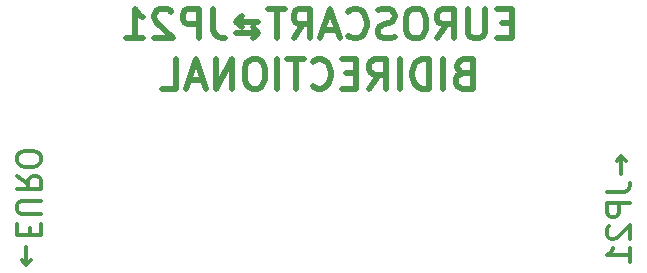
<source format=gbo>
G04 #@! TF.GenerationSoftware,KiCad,Pcbnew,(5.1.0)-1*
G04 #@! TF.CreationDate,2019-08-12T13:57:41-04:00*
G04 #@! TF.ProjectId,JP21F_to_EUROM,4a503231-465f-4746-9f5f-4555524f4d2e,rev?*
G04 #@! TF.SameCoordinates,Original*
G04 #@! TF.FileFunction,Legend,Bot*
G04 #@! TF.FilePolarity,Positive*
%FSLAX46Y46*%
G04 Gerber Fmt 4.6, Leading zero omitted, Abs format (unit mm)*
G04 Created by KiCad (PCBNEW (5.1.0)-1) date 2019-08-12 13:57:41*
%MOMM*%
%LPD*%
G04 APERTURE LIST*
%ADD10C,0.500000*%
%ADD11C,0.300000*%
G04 APERTURE END LIST*
D10*
X149250000Y-72196428D02*
X148416666Y-72196428D01*
X148059523Y-73505952D02*
X149250000Y-73505952D01*
X149250000Y-71005952D01*
X148059523Y-71005952D01*
X146988095Y-71005952D02*
X146988095Y-73029761D01*
X146869047Y-73267857D01*
X146750000Y-73386904D01*
X146511904Y-73505952D01*
X146035714Y-73505952D01*
X145797619Y-73386904D01*
X145678571Y-73267857D01*
X145559523Y-73029761D01*
X145559523Y-71005952D01*
X142940476Y-73505952D02*
X143773809Y-72315476D01*
X144369047Y-73505952D02*
X144369047Y-71005952D01*
X143416666Y-71005952D01*
X143178571Y-71125000D01*
X143059523Y-71244047D01*
X142940476Y-71482142D01*
X142940476Y-71839285D01*
X143059523Y-72077380D01*
X143178571Y-72196428D01*
X143416666Y-72315476D01*
X144369047Y-72315476D01*
X141392857Y-71005952D02*
X140916666Y-71005952D01*
X140678571Y-71125000D01*
X140440476Y-71363095D01*
X140321428Y-71839285D01*
X140321428Y-72672619D01*
X140440476Y-73148809D01*
X140678571Y-73386904D01*
X140916666Y-73505952D01*
X141392857Y-73505952D01*
X141630952Y-73386904D01*
X141869047Y-73148809D01*
X141988095Y-72672619D01*
X141988095Y-71839285D01*
X141869047Y-71363095D01*
X141630952Y-71125000D01*
X141392857Y-71005952D01*
X139369047Y-73386904D02*
X139011904Y-73505952D01*
X138416666Y-73505952D01*
X138178571Y-73386904D01*
X138059523Y-73267857D01*
X137940476Y-73029761D01*
X137940476Y-72791666D01*
X138059523Y-72553571D01*
X138178571Y-72434523D01*
X138416666Y-72315476D01*
X138892857Y-72196428D01*
X139130952Y-72077380D01*
X139250000Y-71958333D01*
X139369047Y-71720238D01*
X139369047Y-71482142D01*
X139250000Y-71244047D01*
X139130952Y-71125000D01*
X138892857Y-71005952D01*
X138297619Y-71005952D01*
X137940476Y-71125000D01*
X135440476Y-73267857D02*
X135559523Y-73386904D01*
X135916666Y-73505952D01*
X136154761Y-73505952D01*
X136511904Y-73386904D01*
X136750000Y-73148809D01*
X136869047Y-72910714D01*
X136988095Y-72434523D01*
X136988095Y-72077380D01*
X136869047Y-71601190D01*
X136750000Y-71363095D01*
X136511904Y-71125000D01*
X136154761Y-71005952D01*
X135916666Y-71005952D01*
X135559523Y-71125000D01*
X135440476Y-71244047D01*
X134488095Y-72791666D02*
X133297619Y-72791666D01*
X134726190Y-73505952D02*
X133892857Y-71005952D01*
X133059523Y-73505952D01*
X130797619Y-73505952D02*
X131630952Y-72315476D01*
X132226190Y-73505952D02*
X132226190Y-71005952D01*
X131273809Y-71005952D01*
X131035714Y-71125000D01*
X130916666Y-71244047D01*
X130797619Y-71482142D01*
X130797619Y-71839285D01*
X130916666Y-72077380D01*
X131035714Y-72196428D01*
X131273809Y-72315476D01*
X132226190Y-72315476D01*
X130083333Y-71005952D02*
X128654761Y-71005952D01*
X129369047Y-73505952D02*
X129369047Y-71005952D01*
X125916666Y-73029761D02*
X127821428Y-73029761D01*
X127821428Y-72077380D02*
X125916666Y-72077380D01*
X126392857Y-72553571D02*
X125916666Y-72077380D01*
X126392857Y-71601190D01*
X127345238Y-73505952D02*
X127821428Y-73029761D01*
X127345238Y-72553571D01*
X124011904Y-71005952D02*
X124011904Y-72791666D01*
X124130952Y-73148809D01*
X124369047Y-73386904D01*
X124726190Y-73505952D01*
X124964285Y-73505952D01*
X122821428Y-73505952D02*
X122821428Y-71005952D01*
X121869047Y-71005952D01*
X121630952Y-71125000D01*
X121511904Y-71244047D01*
X121392857Y-71482142D01*
X121392857Y-71839285D01*
X121511904Y-72077380D01*
X121630952Y-72196428D01*
X121869047Y-72315476D01*
X122821428Y-72315476D01*
X120440476Y-71244047D02*
X120321428Y-71125000D01*
X120083333Y-71005952D01*
X119488095Y-71005952D01*
X119250000Y-71125000D01*
X119130952Y-71244047D01*
X119011904Y-71482142D01*
X119011904Y-71720238D01*
X119130952Y-72077380D01*
X120559523Y-73505952D01*
X119011904Y-73505952D01*
X116630952Y-73505952D02*
X118059523Y-73505952D01*
X117345238Y-73505952D02*
X117345238Y-71005952D01*
X117583333Y-71363095D01*
X117821428Y-71601190D01*
X118059523Y-71720238D01*
X145142857Y-76446428D02*
X144785714Y-76565476D01*
X144666666Y-76684523D01*
X144547619Y-76922619D01*
X144547619Y-77279761D01*
X144666666Y-77517857D01*
X144785714Y-77636904D01*
X145023809Y-77755952D01*
X145976190Y-77755952D01*
X145976190Y-75255952D01*
X145142857Y-75255952D01*
X144904761Y-75375000D01*
X144785714Y-75494047D01*
X144666666Y-75732142D01*
X144666666Y-75970238D01*
X144785714Y-76208333D01*
X144904761Y-76327380D01*
X145142857Y-76446428D01*
X145976190Y-76446428D01*
X143476190Y-77755952D02*
X143476190Y-75255952D01*
X142285714Y-77755952D02*
X142285714Y-75255952D01*
X141690476Y-75255952D01*
X141333333Y-75375000D01*
X141095238Y-75613095D01*
X140976190Y-75851190D01*
X140857142Y-76327380D01*
X140857142Y-76684523D01*
X140976190Y-77160714D01*
X141095238Y-77398809D01*
X141333333Y-77636904D01*
X141690476Y-77755952D01*
X142285714Y-77755952D01*
X139785714Y-77755952D02*
X139785714Y-75255952D01*
X137166666Y-77755952D02*
X138000000Y-76565476D01*
X138595238Y-77755952D02*
X138595238Y-75255952D01*
X137642857Y-75255952D01*
X137404761Y-75375000D01*
X137285714Y-75494047D01*
X137166666Y-75732142D01*
X137166666Y-76089285D01*
X137285714Y-76327380D01*
X137404761Y-76446428D01*
X137642857Y-76565476D01*
X138595238Y-76565476D01*
X136095238Y-76446428D02*
X135261904Y-76446428D01*
X134904761Y-77755952D02*
X136095238Y-77755952D01*
X136095238Y-75255952D01*
X134904761Y-75255952D01*
X132404761Y-77517857D02*
X132523809Y-77636904D01*
X132880952Y-77755952D01*
X133119047Y-77755952D01*
X133476190Y-77636904D01*
X133714285Y-77398809D01*
X133833333Y-77160714D01*
X133952380Y-76684523D01*
X133952380Y-76327380D01*
X133833333Y-75851190D01*
X133714285Y-75613095D01*
X133476190Y-75375000D01*
X133119047Y-75255952D01*
X132880952Y-75255952D01*
X132523809Y-75375000D01*
X132404761Y-75494047D01*
X131690476Y-75255952D02*
X130261904Y-75255952D01*
X130976190Y-77755952D02*
X130976190Y-75255952D01*
X129428571Y-77755952D02*
X129428571Y-75255952D01*
X127761904Y-75255952D02*
X127285714Y-75255952D01*
X127047619Y-75375000D01*
X126809523Y-75613095D01*
X126690476Y-76089285D01*
X126690476Y-76922619D01*
X126809523Y-77398809D01*
X127047619Y-77636904D01*
X127285714Y-77755952D01*
X127761904Y-77755952D01*
X128000000Y-77636904D01*
X128238095Y-77398809D01*
X128357142Y-76922619D01*
X128357142Y-76089285D01*
X128238095Y-75613095D01*
X128000000Y-75375000D01*
X127761904Y-75255952D01*
X125619047Y-77755952D02*
X125619047Y-75255952D01*
X124190476Y-77755952D01*
X124190476Y-75255952D01*
X123119047Y-77041666D02*
X121928571Y-77041666D01*
X123357142Y-77755952D02*
X122523809Y-75255952D01*
X121690476Y-77755952D01*
X119666666Y-77755952D02*
X120857142Y-77755952D01*
X120857142Y-75255952D01*
D11*
X108157142Y-91138095D02*
X108157142Y-92661904D01*
X107776190Y-92280952D02*
X108157142Y-92661904D01*
X108538095Y-92280952D01*
X108442857Y-90185714D02*
X108442857Y-89519047D01*
X107395238Y-89233333D02*
X107395238Y-90185714D01*
X109395238Y-90185714D01*
X109395238Y-89233333D01*
X109395238Y-88376190D02*
X107776190Y-88376190D01*
X107585714Y-88280952D01*
X107490476Y-88185714D01*
X107395238Y-87995238D01*
X107395238Y-87614285D01*
X107490476Y-87423809D01*
X107585714Y-87328571D01*
X107776190Y-87233333D01*
X109395238Y-87233333D01*
X107395238Y-85138095D02*
X108347619Y-85804761D01*
X107395238Y-86280952D02*
X109395238Y-86280952D01*
X109395238Y-85519047D01*
X109300000Y-85328571D01*
X109204761Y-85233333D01*
X109014285Y-85138095D01*
X108728571Y-85138095D01*
X108538095Y-85233333D01*
X108442857Y-85328571D01*
X108347619Y-85519047D01*
X108347619Y-86280952D01*
X109395238Y-83900000D02*
X109395238Y-83519047D01*
X109300000Y-83328571D01*
X109109523Y-83138095D01*
X108728571Y-83042857D01*
X108061904Y-83042857D01*
X107680952Y-83138095D01*
X107490476Y-83328571D01*
X107395238Y-83519047D01*
X107395238Y-83900000D01*
X107490476Y-84090476D01*
X107680952Y-84280952D01*
X108061904Y-84376190D01*
X108728571Y-84376190D01*
X109109523Y-84280952D01*
X109300000Y-84090476D01*
X109395238Y-83900000D01*
X158542857Y-84995238D02*
X158542857Y-83471428D01*
X158923809Y-83852380D02*
X158542857Y-83471428D01*
X158161904Y-83852380D01*
X157304761Y-86519047D02*
X158733333Y-86519047D01*
X159019047Y-86423809D01*
X159209523Y-86233333D01*
X159304761Y-85947619D01*
X159304761Y-85757142D01*
X159304761Y-87471428D02*
X157304761Y-87471428D01*
X157304761Y-88233333D01*
X157400000Y-88423809D01*
X157495238Y-88519047D01*
X157685714Y-88614285D01*
X157971428Y-88614285D01*
X158161904Y-88519047D01*
X158257142Y-88423809D01*
X158352380Y-88233333D01*
X158352380Y-87471428D01*
X157495238Y-89376190D02*
X157400000Y-89471428D01*
X157304761Y-89661904D01*
X157304761Y-90138095D01*
X157400000Y-90328571D01*
X157495238Y-90423809D01*
X157685714Y-90519047D01*
X157876190Y-90519047D01*
X158161904Y-90423809D01*
X159304761Y-89280952D01*
X159304761Y-90519047D01*
X159304761Y-92423809D02*
X159304761Y-91280952D01*
X159304761Y-91852380D02*
X157304761Y-91852380D01*
X157590476Y-91661904D01*
X157780952Y-91471428D01*
X157876190Y-91280952D01*
M02*

</source>
